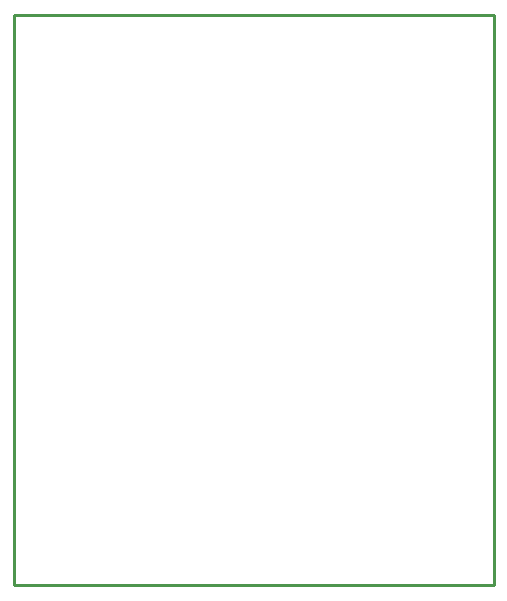
<source format=gbo>
%FSLAX25Y25*%
%MOIN*%
G70*
G01*
G75*
G04 Layer_Color=9218505*
%ADD10R,0.04134X0.01575*%
%ADD11R,0.03937X0.03740*%
%ADD12R,0.03740X0.03937*%
%ADD13O,0.02756X0.05118*%
%ADD14R,0.02756X0.05118*%
%ADD15R,0.10039X0.09055*%
%ADD16R,0.04488X0.05512*%
%ADD17R,0.07874X0.06496*%
%ADD18C,0.02000*%
%ADD19C,0.01500*%
%ADD20C,0.01000*%
%ADD21C,0.06000*%
%ADD22C,0.08700*%
%ADD23C,0.12500*%
%ADD24C,0.05000*%
%ADD25C,0.00799*%
%ADD26C,0.00984*%
%ADD27C,0.00787*%
%ADD28C,0.00700*%
%ADD29C,0.00800*%
%ADD30R,0.04534X0.01975*%
%ADD31R,0.04337X0.04140*%
%ADD32R,0.04140X0.04337*%
%ADD33O,0.03156X0.05518*%
%ADD34R,0.03156X0.05518*%
%ADD35R,0.10439X0.09455*%
%ADD36R,0.04888X0.05912*%
%ADD37R,0.08274X0.06896*%
%ADD38C,0.09100*%
%ADD39C,0.12900*%
%ADD40C,0.05400*%
D20*
X0Y190000D02*
X160000D01*
Y0D02*
Y190000D01*
X0Y0D02*
X160000D01*
X0D02*
Y190000D01*
M02*

</source>
